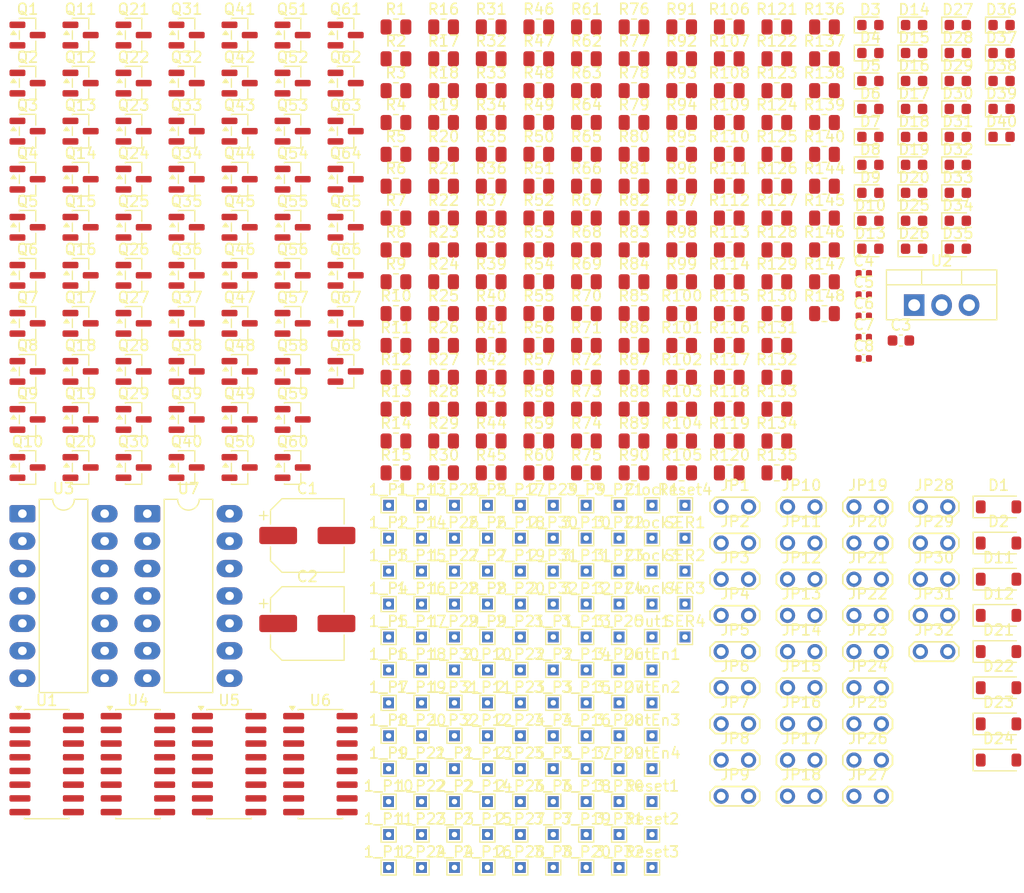
<source format=kicad_pcb>
(kicad_pcb
	(version 20241229)
	(generator "pcbnew")
	(generator_version "9.0")
	(general
		(thickness 1.6)
		(legacy_teardrops no)
	)
	(paper "A4")
	(layers
		(0 "F.Cu" signal)
		(2 "B.Cu" signal)
		(9 "F.Adhes" user "F.Adhesive")
		(11 "B.Adhes" user "B.Adhesive")
		(13 "F.Paste" user)
		(15 "B.Paste" user)
		(5 "F.SilkS" user "F.Silkscreen")
		(7 "B.SilkS" user "B.Silkscreen")
		(1 "F.Mask" user)
		(3 "B.Mask" user)
		(17 "Dwgs.User" user "User.Drawings")
		(19 "Cmts.User" user "User.Comments")
		(21 "Eco1.User" user "User.Eco1")
		(23 "Eco2.User" user "User.Eco2")
		(25 "Edge.Cuts" user)
		(27 "Margin" user)
		(31 "F.CrtYd" user "F.Courtyard")
		(29 "B.CrtYd" user "B.Courtyard")
		(35 "F.Fab" user)
		(33 "B.Fab" user)
		(39 "User.1" user)
		(41 "User.2" user)
		(43 "User.3" user)
		(45 "User.4" user)
	)
	(setup
		(pad_to_mask_clearance 0)
		(allow_soldermask_bridges_in_footprints no)
		(tenting front back)
		(pcbplotparams
			(layerselection 0x00000000_00000000_55555555_5755f5ff)
			(plot_on_all_layers_selection 0x00000000_00000000_00000000_00000000)
			(disableapertmacros no)
			(usegerberextensions no)
			(usegerberattributes yes)
			(usegerberadvancedattributes yes)
			(creategerberjobfile yes)
			(dashed_line_dash_ratio 12.000000)
			(dashed_line_gap_ratio 3.000000)
			(svgprecision 4)
			(plotframeref no)
			(mode 1)
			(useauxorigin no)
			(hpglpennumber 1)
			(hpglpenspeed 20)
			(hpglpendiameter 15.000000)
			(pdf_front_fp_property_popups yes)
			(pdf_back_fp_property_popups yes)
			(pdf_metadata yes)
			(pdf_single_document no)
			(dxfpolygonmode yes)
			(dxfimperialunits yes)
			(dxfusepcbnewfont yes)
			(psnegative no)
			(psa4output no)
			(plot_black_and_white yes)
			(sketchpadsonfab no)
			(plotpadnumbers no)
			(hidednponfab no)
			(sketchdnponfab yes)
			(crossoutdnponfab yes)
			(subtractmaskfromsilk no)
			(outputformat 1)
			(mirror no)
			(drillshape 1)
			(scaleselection 1)
			(outputdirectory "")
		)
	)
	(net 0 "")
	(net 1 "+15V")
	(net 2 "GND")
	(net 3 "-15V")
	(net 4 "+5V")
	(net 5 "Net-(U1-SRCLK)")
	(net 6 "Net-(U1-~{SRCLR})")
	(net 7 "Net-(U1-~{OE})")
	(net 8 "Net-(D1-K)")
	(net 9 "Net-(D1-A)")
	(net 10 "Net-(D3-A)")
	(net 11 "Net-(D4-A)")
	(net 12 "Net-(D5-A)")
	(net 13 "Net-(D6-A)")
	(net 14 "Net-(D7-A)")
	(net 15 "Net-(D8-A)")
	(net 16 "Net-(D9-A)")
	(net 17 "Net-(D10-A)")
	(net 18 "Net-(JP1-A)")
	(net 19 "Net-(JP2-A)")
	(net 20 "Net-(JP3-A)")
	(net 21 "Net-(JP4-A)")
	(net 22 "Net-(JP5-A)")
	(net 23 "Net-(JP6-A)")
	(net 24 "Net-(JP7-A)")
	(net 25 "Net-(JP8-A)")
	(net 26 "Net-(D11-A)")
	(net 27 "Net-(D12-A)")
	(net 28 "Net-(D13-A)")
	(net 29 "Net-(D14-A)")
	(net 30 "Net-(D15-A)")
	(net 31 "Net-(D16-A)")
	(net 32 "Net-(D17-A)")
	(net 33 "Net-(D18-A)")
	(net 34 "Net-(JP9-A)")
	(net 35 "Net-(JP10-A)")
	(net 36 "Net-(JP11-A)")
	(net 37 "Net-(JP12-A)")
	(net 38 "Net-(JP13-A)")
	(net 39 "Net-(JP14-A)")
	(net 40 "Net-(JP15-A)")
	(net 41 "Net-(JP16-A)")
	(net 42 "Net-(U1-QA)")
	(net 43 "Net-(U1-QB)")
	(net 44 "Net-(U1-QC)")
	(net 45 "Net-(U1-QD)")
	(net 46 "Net-(U1-QE)")
	(net 47 "Net-(U1-QF)")
	(net 48 "Net-(U1-QG)")
	(net 49 "Net-(U1-QH)")
	(net 50 "Net-(D19-A)")
	(net 51 "Net-(D20-A)")
	(net 52 "Net-(D21-A)")
	(net 53 "Net-(D22-A)")
	(net 54 "Net-(D23-A)")
	(net 55 "Net-(D24-A)")
	(net 56 "Net-(D25-A)")
	(net 57 "Net-(D26-A)")
	(net 58 "Net-(D27-A)")
	(net 59 "Net-(D28-A)")
	(net 60 "Net-(D29-A)")
	(net 61 "Net-(D30-A)")
	(net 62 "Net-(D31-A)")
	(net 63 "Net-(D32-A)")
	(net 64 "Net-(D33-A)")
	(net 65 "Net-(D34-A)")
	(net 66 "Net-(JP17-A)")
	(net 67 "Net-(JP18-A)")
	(net 68 "Net-(JP19-A)")
	(net 69 "Net-(JP20-A)")
	(net 70 "Net-(JP21-A)")
	(net 71 "Net-(JP22-A)")
	(net 72 "Net-(JP23-A)")
	(net 73 "Net-(JP24-A)")
	(net 74 "Net-(JP25-A)")
	(net 75 "Net-(JP26-A)")
	(net 76 "Net-(JP27-A)")
	(net 77 "Net-(JP28-A)")
	(net 78 "Net-(JP29-A)")
	(net 79 "Net-(JP30-A)")
	(net 80 "Net-(JP31-A)")
	(net 81 "Net-(JP32-A)")
	(net 82 "Net-(U4-QA)")
	(net 83 "Net-(U4-QB)")
	(net 84 "Net-(U4-QC)")
	(net 85 "Net-(U4-QD)")
	(net 86 "Net-(U4-QE)")
	(net 87 "Net-(U4-QF)")
	(net 88 "Net-(U4-QG)")
	(net 89 "Net-(U4-QH)")
	(net 90 "Net-(U5-QA)")
	(net 91 "Net-(U5-QB)")
	(net 92 "Net-(U5-QC)")
	(net 93 "Net-(U5-QD)")
	(net 94 "Net-(U5-QE)")
	(net 95 "Net-(U5-QF)")
	(net 96 "Net-(U5-QG)")
	(net 97 "Net-(U5-QH)")
	(net 98 "Net-(Q1-C)")
	(net 99 "Net-(Q5-C)")
	(net 100 "Net-(Q8-C)")
	(net 101 "Net-(Q9-C)")
	(net 102 "Net-(Q14-C)")
	(net 103 "Net-(Q15-C)")
	(net 104 "Net-(Q16-C)")
	(net 105 "Net-(Q17-C)")
	(net 106 "Net-(Q27-C)")
	(net 107 "Net-(Q28-C)")
	(net 108 "Net-(Q29-C)")
	(net 109 "Net-(Q30-C)")
	(net 110 "Net-(Q31-C)")
	(net 111 "Net-(Q32-C)")
	(net 112 "Net-(Q33-C)")
	(net 113 "Net-(Q34-C)")
	(net 114 "Net-(Q53-C)")
	(net 115 "Net-(Q54-C)")
	(net 116 "Net-(Q55-C)")
	(net 117 "Net-(Q56-C)")
	(net 118 "Net-(Q57-C)")
	(net 119 "Net-(Q58-C)")
	(net 120 "Net-(Q59-C)")
	(net 121 "Net-(Q60-C)")
	(net 122 "Net-(Q61-C)")
	(net 123 "Net-(Q62-C)")
	(net 124 "Net-(Q63-C)")
	(net 125 "Net-(Q64-C)")
	(net 126 "Net-(Q65-C)")
	(net 127 "Net-(Q66-C)")
	(net 128 "Net-(Q67-C)")
	(net 129 "Net-(Q68-C)")
	(net 130 "Net-(2_P1-Pad1)")
	(net 131 "Net-(2_P2-Pad1)")
	(net 132 "Net-(2_P3-Pad1)")
	(net 133 "Net-(2_P4-Pad1)")
	(net 134 "Net-(2_P5-Pad1)")
	(net 135 "Net-(2_P6-Pad1)")
	(net 136 "Net-(2_P7-Pad1)")
	(net 137 "Net-(2_P8-Pad1)")
	(net 138 "Net-(2_P9-Pad1)")
	(net 139 "Net-(2_P10-Pad1)")
	(net 140 "Net-(2_P11-Pad1)")
	(net 141 "Net-(2_P12-Pad1)")
	(net 142 "Net-(2_P13-Pad1)")
	(net 143 "Net-(2_P14-Pad1)")
	(net 144 "Net-(2_P15-Pad1)")
	(net 145 "Net-(2_P16-Pad1)")
	(net 146 "Net-(2_P17-Pad1)")
	(net 147 "Net-(2_P18-Pad1)")
	(net 148 "Net-(2_P19-Pad1)")
	(net 149 "Net-(2_P20-Pad1)")
	(net 150 "Net-(2_P21-Pad1)")
	(net 151 "Net-(2_P22-Pad1)")
	(net 152 "Net-(2_P23-Pad1)")
	(net 153 "Net-(2_P24-Pad1)")
	(net 154 "Net-(2_P25-Pad1)")
	(net 155 "Net-(2_P26-Pad1)")
	(net 156 "Net-(2_P27-Pad1)")
	(net 157 "Net-(2_P28-Pad1)")
	(net 158 "Net-(2_P29-Pad1)")
	(net 159 "Net-(2_P30-Pad1)")
	(net 160 "Net-(2_P31-Pad1)")
	(net 161 "Net-(2_P32-Pad1)")
	(net 162 "Net-(U4-SRCLK)")
	(net 163 "Net-(U5-SRCLK)")
	(net 164 "Net-(U6-SRCLK)")
	(net 165 "Net-(D2-A)")
	(net 166 "Net-(D11-K)")
	(net 167 "Net-(D21-K)")
	(net 168 "Net-(D22-K)")
	(net 169 "Net-(D35-A)")
	(net 170 "Net-(D36-A)")
	(net 171 "Net-(D37-A)")
	(net 172 "Net-(D38-A)")
	(net 173 "Net-(D39-A)")
	(net 174 "Net-(D40-A)")
	(net 175 "Net-(Out1-Pad1)")
	(net 176 "Net-(U4-~{OE})")
	(net 177 "Net-(U5-~{OE})")
	(net 178 "Net-(U6-~{OE})")
	(net 179 "Net-(Q1-B)")
	(net 180 "Net-(Q2-C)")
	(net 181 "Net-(Q2-B)")
	(net 182 "Net-(Q3-B)")
	(net 183 "Net-(Q3-C)")
	(net 184 "Net-(Q4-C)")
	(net 185 "Net-(Q4-B)")
	(net 186 "Net-(Q5-B)")
	(net 187 "Net-(Q6-B)")
	(net 188 "Net-(Q6-C)")
	(net 189 "Net-(Q7-C)")
	(net 190 "Net-(Q7-B)")
	(net 191 "Net-(Q8-B)")
	(net 192 "Net-(Q9-B)")
	(net 193 "Net-(Q10-C)")
	(net 194 "Net-(Q10-B)")
	(net 195 "Net-(Q11-C)")
	(net 196 "Net-(Q11-B)")
	(net 197 "Net-(Q12-C)")
	(net 198 "Net-(Q12-B)")
	(net 199 "Net-(Q13-C)")
	(net 200 "Net-(Q13-B)")
	(net 201 "Net-(Q14-B)")
	(net 202 "Net-(Q15-B)")
	(net 203 "Net-(Q16-B)")
	(net 204 "Net-(Q17-B)")
	(net 205 "Net-(Q18-C)")
	(net 206 "Net-(Q18-B)")
	(net 207 "Net-(Q19-B)")
	(net 208 "Net-(Q19-C)")
	(net 209 "Net-(Q20-B)")
	(net 210 "Net-(Q20-C)")
	(net 211 "Net-(Q21-B)")
	(net 212 "Net-(Q21-C)")
	(net 213 "Net-(Q22-C)")
	(net 214 "Net-(Q22-B)")
	(net 215 "Net-(Q23-B)")
	(net 216 "Net-(Q23-C)")
	(net 217 "Net-(Q24-C)")
	(net 218 "Net-(Q24-B)")
	(net 219 "Net-(Q25-B)")
	(net 220 "Net-(Q25-C)")
	(net 221 "Net-(Q26-C)")
	(net 222 "Net-(Q26-B)")
	(net 223 "Net-(Q27-B)")
	(net 224 "Net-(Q28-B)")
	(net 225 "Net-(Q29-B)")
	(net 226 "Net-(Q30-B)")
	(net 227 "Net-(Q31-B)")
	(net 228 "Net-(Q32-B)")
	(net 229 "Net-(Q33-B)")
	(net 230 "Net-(Q34-B)")
	(net 231 "Net-(Q35-B)")
	(net 232 "Net-(Q35-C)")
	(net 233 "Net-(Q36-C)")
	(net 234 "Net-(Q36-B)")
	(net 235 "Net-(Q37-B)")
	(net 236 "Net-(Q37-C)")
	(net 237 "Net-(Q38-B)")
	(net 238 "Net-(Q38-C)")
	(net 239 "Net-(Q39-B)")
	(net 240 "Net-(Q39-C)")
	(net 241 "Net-(Q40-C)")
	(net 242 "Net-(Q40-B)")
	(net 243 "Net-(Q41-B)")
	(net 244 "Net-(Q41-C)")
	(net 245 "Net-(Q42-B)")
	(net 246 "Net-(Q42-C)")
	(net 247 "Net-(Q43-B)")
	(net 248 "Net-(Q43-C)")
	(net 249 "Net-(Q44-B)")
	(net 250 "Net-(Q44-C)")
	(net 251 "Net-(Q45-B)")
	(net 252 "Net-(Q45-C)")
	(net 253 "Net-(Q46-C)")
	(net 254 "Net-(Q46-B)")
	(net 255 "Net-(Q47-B)")
	(net 256 "Net-(Q47-C)")
	(net 257 "Net-(Q48-B)")
	(net 258 "Net-(Q48-C)")
	(net 259 "Net-(Q49-C)")
	(net 260 "Net-(Q49-B)")
	(net 261 "Net-(Q50-B)")
	(net 262 "Net-(Q50-C)")
	(net 263 "Net-(Q51-B)")
	(net 264 "Net-(Q51-C)")
	(net 265 "Net-(Q52-C)")
	(net 266 "Net-(Q52-B)")
	(net 267 "Net-(Q53-B)")
	(net 268 "Net-(Q54-B)")
	(net 269 "Net-(Q55-B)")
	(net 270 "Net-(Q56-B)")
	(net 271 "Net-(Q57-B)")
	(net 272 "Net-(Q58-B)")
	(net 273 "Net-(Q59-B)")
	(net 274 "Net-(Q60-B)")
	(net 275 "Net-(Q61-B)")
	(net 276 "Net-(Q62-B)")
	(net 277 "Net-(Q63-B)")
	(net 278 "Net-(Q64-B)")
	(net 279 "Net-(Q65-B)")
	(net 280 "Net-(Q66-B)")
	(net 281 "Net-(Q67-B)")
	(net 282 "Net-(Q68-B)")
	(net 283 "Net-(U3A--)")
	(net 284 "Net-(R148-Pad1)")
	(net 285 "Net-(U3B--)")
	(net 286 "Net-(R144-Pad1)")
	(net 287 "Net-(U6-QA)")
	(net 288 "Net-(U6-QB)")
	(net 289 "Net-(U6-QC)")
	(net 290 "Net-(U6-QD)")
	(net 291 "Net-(U6-QE)")
	(net 292 "Net-(U6-QF)")
	(net 293 "Net-(U6-QG)")
	(net 294 "Net-(U6-QH)")
	(net 295 "Net-(U3C--)")
	(net 296 "Net-(U3D--)")
	(net 297 "Net-(R139-Pad2)")
	(net 298 "Net-(R140-Pad2)")
	(net 299 "Net-(U7A--)")
	(net 300 "Net-(U4-~{SRCLR})")
	(net 301 "Net-(U5-~{SRCLR})")
	(net 302 "Net-(U6-~{SRCLR})")
	(net 303 "Net-(U7-Pad8)")
	(net 304 "Net-(U7-Pad14)")
	(net 305 "Net-(U7-Pad7)")
	(footprint "TestPoint:TestPoint_THTPad_1.0x1.0mm_Drill0.5mm" (layer "F.Cu") (at 43.5975 -27.3))
	(footprint "Resistor_SMD:R_0805_2012Metric" (layer "F.Cu") (at 64.3075 -93.25))
	(footprint "Resistor_SMD:R_0805_2012Metric" (layer "F.Cu") (at 42.2575 -60.8))
	(footprint "TestPoint:TestPoint_THTPad_1.0x1.0mm_Drill0.5mm" (layer "F.Cu") (at 40.5475 -27.3))
	(footprint "TestPoint:TestPoint_THTPad_1.0x1.0mm_Drill0.5mm" (layer "F.Cu") (at 43.5975 -30.35))
	(footprint "TestPoint:TestPoint_THTPad_1.0x1.0mm_Drill0.5mm" (layer "F.Cu") (at 37.4975 -48.65))
	(footprint "Package_TO_SOT_SMD:SOT-23" (layer "F.Cu") (at 9.6375 -96.9))
	(footprint "Package_TO_SOT_SMD:SOT-23" (layer "F.Cu") (at -5.0925 -96.9))
	(footprint "Package_TO_SOT_SMD:SOT-23" (layer "F.Cu") (at 9.6375 -101.35))
	(footprint "TestPoint:TestPoint_THTPad_1.0x1.0mm_Drill0.5mm" (layer "F.Cu") (at 49.6975 -48.65))
	(footprint "TestPoint:TestPoint_THTPad_1.0x1.0mm_Drill0.5mm" (layer "F.Cu") (at 46.6475 -48.65))
	(footprint "Resistor_SMD:R_0805_2012Metric" (layer "F.Cu") (at 42.2575 -72.6))
	(footprint "TestPoint:TestPoint_2Pads_Pitch2.54mm_Drill0.8mm" (layer "F.Cu") (at 59.1475 -37.55))
	(footprint "TestPoint:TestPoint_THTPad_1.0x1.0mm_Drill0.5mm" (layer "F.Cu") (at 55.7975 -57.8))
	(footprint "TestPoint:TestPoint_THTPad_1.0x1.0mm_Drill0.5mm" (layer "F.Cu") (at 37.4975 -24.25))
	(footprint "Resistor_SMD:R_0805_2012Metric" (layer "F.Cu") (at 59.8975 -72.6))
	(footprint "Package_DIP:DIP-14_W7.62mm_LongPads" (layer "F.Cu") (at 5.9975 -57.02))
	(footprint "Package_TO_SOT_SMD:SOT-23" (layer "F.Cu") (at -0.1825 -83.55))
	(footprint "Package_TO_SOT_SMD:SOT-23" (layer "F.Cu") (at 24.3675 -88))
	(footprint "TestPoint:TestPoint_THTPad_1.0x1.0mm_Drill0.5mm" (layer "F.Cu") (at 40.5475 -42.55))
	(footprint "Package_TO_SOT_SMD:SOT-23" (layer "F.Cu") (at 9.6375 -88))
	(footprint "LED_SMD:LED_0603_1608Metric" (layer "F.Cu") (at 77.0175 -81.56))
	(footprint "Resistor_SMD:R_0805_2012Metric" (layer "F.Cu") (at 55.4875 -87.35))
	(footprint "TestPoint:TestPoint_THTPad_1.0x1.0mm_Drill0.5mm" (layer "F.Cu") (at 52.7475 -51.7))
	(footprint "TestPoint:TestPoint_THTPad_1.0x1.0mm_Drill0.5mm" (layer "F.Cu") (at 49.6975 -45.6))
	(footprint "Resistor_SMD:R_0805_2012Metric" (layer "F.Cu") (at 37.8475 -78.5))
	(footprint "LED_SMD:LED_0603_1608Metric" (layer "F.Cu") (at 77.0175 -86.74))
	(footprint "Resistor_SMD:R_0805_2012Metric" (layer "F.Cu") (at 51.0775 -87.35))
	(footprint "TestPoint:TestPoint_THTPad_1.0x1.0mm_Drill0.5mm" (layer "F.Cu") (at 28.3475 -39.5))
	(footprint "Resistor_SMD:R_0805_2012Metric" (layer "F.Cu") (at 42.2575 -63.75))
	(footprint "TestPoint:TestPoint_THTPad_1.0x1.0mm_Drill0.5mm" (layer "F.Cu") (at 28.3475 -24.25))
	(footprint "Resistor_SMD:R_0805_2012Metric" (layer "F.Cu") (at 64.3075 -69.65))
	(footprint "LED_SMD:LED_0603_1608Metric" (layer "F.Cu") (at 77.0175 -89.33))
	(footprint "Resistor_SMD:R_0805_2012Metric" (layer "F.Cu") (at 55.4875 -96.2))
	(footprint "Resistor_SMD:R_0805_2012Metric" (layer "F.Cu") (at 42.2575 -96.2))
	(footprint "Resistor_SMD:R_0805_2012Metric" (layer "F.Cu") (at 37.8475 -96.2))
	(footprint "Resistor_SMD:R_0805_2012Metric" (layer "F.Cu") (at 29.0275 -78.5))
	(footprint "Package_TO_SOT_SMD:SOT-23" (layer "F.Cu") (at 9.6375 -70.2))
	(footprint "TestPoint:TestPoint_THTPad_1.0x1.0mm_Drill0.5mm" (layer "F.Cu") (at 31.3975 -39.5))
	(footprint "Package_TO_SOT_SMD:SOT-23" (layer "F.Cu") (at 14.5475 -61.3))
	(footprint "Resistor_SMD:R_0805_2012Metric" (layer "F.Cu") (at 59.8975 -63.75))
	(footprint "LED_SMD:LED_0603_1608Metric" (layer "F.Cu") (at 72.9675 -81.56))
	(footprint "LED_SMD:LED_0603_1608Metric" (layer "F.Cu") (at 72.9675 -99.69))
	(footprint "Package_TO_SOT_SMD:SOT-23"
		(layer "F.Cu")
		(uuid "1e956d25-1006-42dc-9ecd-714ce2540fbb")
		(at 4.7275 -70.2)
		(descr "SOT, 3 Pin (JEDEC TO-236 Var AB https://www.jedec.org/document_search?search_api_views_fulltext=TO-236), generated with kicad-footprint-generator ipc_gullwing_generator.py")
		(tags "SOT TO_SOT_SMD")
		(property "Reference" "Q28"
			(at 0 -2.4 0)
			(layer "F.SilkS")
			(uuid "c36a80e0-02c9-47bf-8aeb-5cbc2822cb87")
			(effects
				(font
					(size 1 1)
					(thickness 0.15)
				)
			)
		)
		(property "Value" "BC857"
			(at 0 2.4 0)
			(layer "F.Fab")
			(uuid "18993202-6d58-4363-93be-2179dcda1293")
			(effects
				(font
					(size 1 1)
					(thickness 0.15)
				)
			)
		)
		(property "Datasheet" "https://www.onsemi.com/pub/Collateral/BC860-D.pdf"
			(at 0 0 0)
			(layer "F.Fab")
			(hide yes)
			(uuid "de0767dc-8b12-4be2-acde-8374c9b4c4eb")
			(effects
				(font
					(size 1.27 1.27)
					(thickness 0.15)
				)
			)
		)
		(property "Description" "0.1A Ic, 45V Vce, PNP Transistor, SOT-23"
			(at 0 0 0)
			(layer "F.Fab")
			(hide yes)
			(uuid "5accab13-a9cc-4e13-b6fe-1ea08d0aacde")
			(effects
				(font
					(size 1.27 1.27)
					(thickness 0.15)
				)
			)
		)
		(property "Sim.Device" "PNP"
			(at 0 0 0)
			(unlocked yes)
			(layer "F.Fab")
			(hide yes)
			(uuid "9ac7f71e-0fa3-487d-8b02-193be20e5911")
			(effects
				(font
					(size 1 1)
					(thickness 0.15)
				)
			)
		)
		(property "Sim.Pins" "1=B 2=E 3=C"
			(at 0 0 0)
			(unlocked yes)
			(layer "F.Fab")
			(hide yes)
			(uuid "c84fccef-43ff-45b8-9d73-c1c0050ec719")
			(effects
				(font
					(size 1 1)
					(thickness 0.15)
				)
			)
		)
		(property ki_fp_filters "SOT?23*")
		(path "/82dd1acf-1736-4c2e-9d0f-194d1d5c6f5d")
		(sheetname "/")
		(sheetfile "Sequenzer.kicad_sch")
		(attr smd)
		(fp_line
			(start -0.76 -1.56)
			(end 0.76 -1.56)
			(stroke
				(width 0.12)
				(type solid)
			)
			(layer "F.SilkS")
			(uuid "d278b3e8-0366-4562-b5ac-42e3cec60c2b")
		)
		(fp_line
			(start -0.76 -1.51)
			(end -0.76 -1.56)
			(stroke
				(width 0.12)
				(type solid)
			)
			(layer "F.SilkS")
			(uuid "de8ae08e-add4-43a8-a101-e7ca3ef1f917")
		)
		(fp_line
			(start -0.76 0.39)
			(end -0.76 -0.39)
			(stroke
				(width 0.12)
				(type solid)
			)
			(layer "F.SilkS")
			(uuid "c453de91-0a52-4285-958a-c690199dd75b")
		)
		(fp_line
			(start -0.76 1.56)
			(end -0.76 1.51)
			(stroke
				(width 0.12)
				(type solid)
			)
			(layer "F.SilkS")
			(uuid "498c5d50-8beb-435d-9792-9c502ea14080")
		)
		(fp_line
			(start 0.76 -1.56)
			(end 0.76 -0.56)
			(stroke
				(width 0.12)
				(type solid)
			)
			(layer "F.SilkS")
			(uuid "3d87e78c-a47e-492d-9dcc-fd827ba42eb8")
		)
		(fp_line
			(start 0.76 0.56)
			(end 0.76 1.56)
			(stroke
				(width 0.12)
				(type solid)
			)
			(layer "F.SilkS")
			(uuid "4b5da14c-772c-4bf1-b531-137b42420071")
		)
		(fp_line
			(start 0.76 1.56)
			(end -0.76 1.56)
			(stroke
				(width 0.12)
				(type solid)
			)
			(layer "F.SilkS")
			(uui
... [1614948 chars truncated]
</source>
